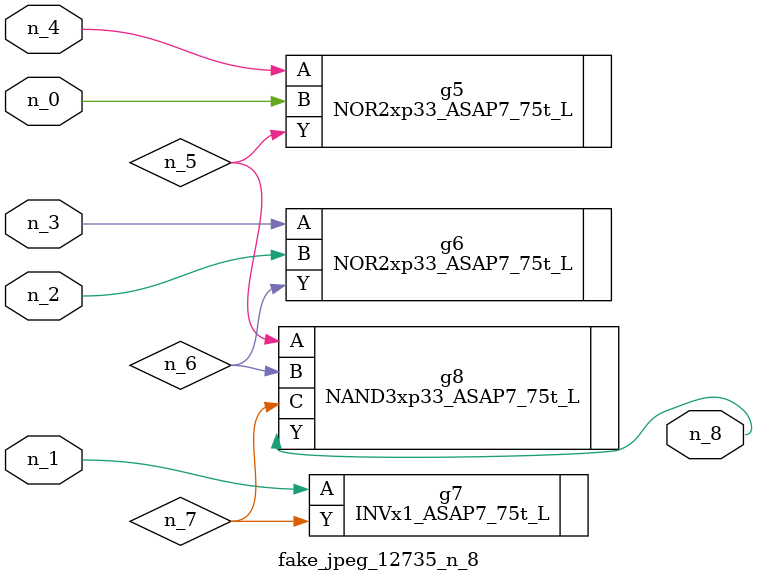
<source format=v>
module fake_jpeg_12735_n_8 (n_3, n_2, n_1, n_0, n_4, n_8);

input n_3;
input n_2;
input n_1;
input n_0;
input n_4;

output n_8;

wire n_6;
wire n_5;
wire n_7;

NOR2xp33_ASAP7_75t_L g5 ( 
.A(n_4),
.B(n_0),
.Y(n_5)
);

NOR2xp33_ASAP7_75t_L g6 ( 
.A(n_3),
.B(n_2),
.Y(n_6)
);

INVx1_ASAP7_75t_L g7 ( 
.A(n_1),
.Y(n_7)
);

NAND3xp33_ASAP7_75t_L g8 ( 
.A(n_5),
.B(n_6),
.C(n_7),
.Y(n_8)
);


endmodule
</source>
